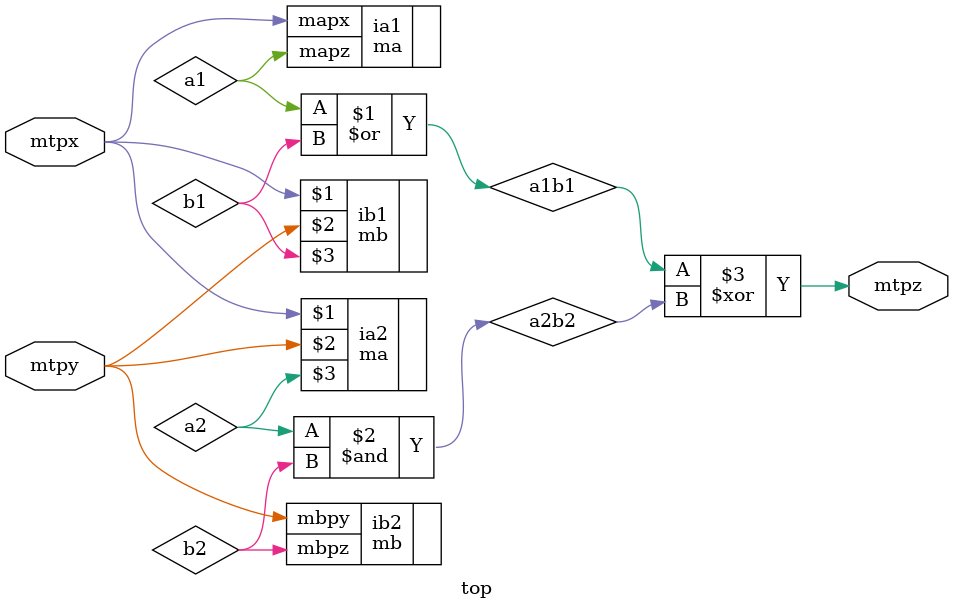
<source format=v>
module top (input mtpx, input mtpy, output mtpz);
    // use os fios a seguir de acordo com a figura
    wire a1, b1, a2, b2, a1b1, a2b2;
    // Implemente a primeira parte do circuito usando os módulos ma e mb
    // Preste atenção nas portas desconectadas 
    ma ia1(.mapz(a1), .mapx(mtpx));
    mb ib1(mtpx, mtpy, b1);
    ma ia2(mtpx, mtpy, a2);
    mb ib2(.mbpz(b2), .mbpy(mtpy));

    // Implemente a segunda parte do circuito usando primitivas da linguagem
    
    or (a1b1, a1, b1);
    and (a2b2, a2, b2);
    xor (mtpz, a1b1, a2b2);
    
endmodule
</source>
